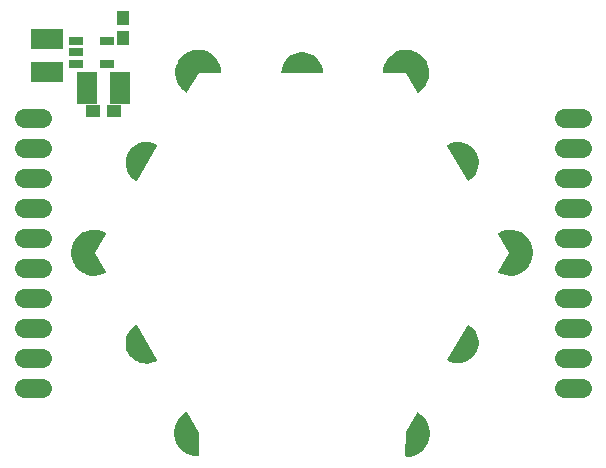
<source format=gbr>
G04 EAGLE Gerber RS-274X export*
G75*
%MOMM*%
%FSLAX34Y34*%
%LPD*%
%INSoldermask Bottom*%
%IPPOS*%
%AMOC8*
5,1,8,0,0,1.08239X$1,22.5*%
G01*
%ADD10C,1.101600*%
%ADD11C,1.625600*%
%ADD12R,1.301600X0.651600*%
%ADD13R,1.101600X1.201600*%
%ADD14R,1.701600X2.801600*%
%ADD15R,2.801600X1.701600*%
%ADD16R,1.201600X1.101600*%

G36*
X178079Y209762D02*
X178079Y209762D01*
X178113Y209771D01*
X178162Y209774D01*
X181266Y210502D01*
X181298Y210517D01*
X181345Y210528D01*
X184285Y211763D01*
X184314Y211783D01*
X184359Y211802D01*
X187051Y213511D01*
X187076Y213535D01*
X187118Y213561D01*
X189487Y215695D01*
X189492Y215701D01*
X189495Y215704D01*
X189505Y215718D01*
X189508Y215723D01*
X189544Y215756D01*
X191525Y218254D01*
X191541Y218286D01*
X191571Y218324D01*
X193107Y221118D01*
X193118Y221152D01*
X193141Y221194D01*
X194190Y224206D01*
X194194Y224240D01*
X194211Y224287D01*
X194742Y227430D01*
X194741Y227466D01*
X194749Y227514D01*
X194749Y230702D01*
X194742Y230737D01*
X194742Y230786D01*
X194211Y233929D01*
X194198Y233962D01*
X194190Y234010D01*
X193141Y237022D01*
X193123Y237052D01*
X193107Y237098D01*
X191571Y239892D01*
X191548Y239919D01*
X191525Y239962D01*
X189544Y242460D01*
X189517Y242483D01*
X189487Y242521D01*
X187118Y244655D01*
X187087Y244673D01*
X187051Y244705D01*
X184359Y246414D01*
X184326Y246426D01*
X184285Y246453D01*
X181345Y247688D01*
X181311Y247695D01*
X181266Y247714D01*
X178162Y248442D01*
X178126Y248443D01*
X178079Y248454D01*
X174897Y248655D01*
X174862Y248650D01*
X174813Y248653D01*
X171642Y248320D01*
X171609Y248309D01*
X171560Y248304D01*
X168489Y247446D01*
X168458Y247431D01*
X168411Y247417D01*
X165525Y246060D01*
X165502Y246042D01*
X165475Y246032D01*
X165423Y245983D01*
X165366Y245941D01*
X165351Y245916D01*
X165330Y245896D01*
X165301Y245831D01*
X165266Y245769D01*
X165262Y245740D01*
X165250Y245714D01*
X165249Y245643D01*
X165240Y245572D01*
X165248Y245544D01*
X165248Y245515D01*
X165282Y245422D01*
X165294Y245381D01*
X165301Y245372D01*
X165305Y245359D01*
X174662Y229108D01*
X165305Y212857D01*
X165296Y212830D01*
X165279Y212806D01*
X165265Y212736D01*
X165242Y212668D01*
X165245Y212639D01*
X165239Y212611D01*
X165253Y212541D01*
X165258Y212470D01*
X165272Y212444D01*
X165277Y212416D01*
X165317Y212357D01*
X165350Y212294D01*
X165372Y212275D01*
X165389Y212251D01*
X165471Y212194D01*
X165503Y212167D01*
X165514Y212164D01*
X165525Y212156D01*
X168411Y210799D01*
X168445Y210790D01*
X168489Y210770D01*
X171560Y209912D01*
X171595Y209910D01*
X171642Y209896D01*
X174813Y209563D01*
X174848Y209566D01*
X174897Y209561D01*
X178079Y209762D01*
G37*
G36*
X-176386Y209566D02*
X-176386Y209566D01*
X-176337Y209563D01*
X-173166Y209896D01*
X-173133Y209907D01*
X-173084Y209912D01*
X-170013Y210770D01*
X-169982Y210785D01*
X-169935Y210799D01*
X-167049Y212156D01*
X-167026Y212174D01*
X-166999Y212184D01*
X-166947Y212233D01*
X-166890Y212275D01*
X-166875Y212300D01*
X-166854Y212320D01*
X-166825Y212385D01*
X-166790Y212447D01*
X-166786Y212476D01*
X-166774Y212502D01*
X-166773Y212573D01*
X-166764Y212644D01*
X-166772Y212672D01*
X-166772Y212701D01*
X-166806Y212794D01*
X-166818Y212835D01*
X-166825Y212844D01*
X-166829Y212857D01*
X-176186Y229108D01*
X-166829Y245359D01*
X-166820Y245387D01*
X-166803Y245411D01*
X-166789Y245480D01*
X-166766Y245548D01*
X-166769Y245577D01*
X-166763Y245605D01*
X-166777Y245675D01*
X-166782Y245746D01*
X-166796Y245772D01*
X-166801Y245800D01*
X-166841Y245859D01*
X-166874Y245922D01*
X-166896Y245941D01*
X-166913Y245965D01*
X-166995Y246022D01*
X-167027Y246049D01*
X-167038Y246052D01*
X-167049Y246060D01*
X-169935Y247417D01*
X-169969Y247426D01*
X-170013Y247446D01*
X-173084Y248304D01*
X-173119Y248306D01*
X-173166Y248320D01*
X-176337Y248653D01*
X-176372Y248650D01*
X-176421Y248655D01*
X-179603Y248454D01*
X-179637Y248445D01*
X-179686Y248442D01*
X-182790Y247714D01*
X-182822Y247700D01*
X-182869Y247688D01*
X-183403Y247464D01*
X-183404Y247464D01*
X-184591Y246965D01*
X-185779Y246465D01*
X-185809Y246453D01*
X-185838Y246433D01*
X-185883Y246414D01*
X-188575Y244705D01*
X-188600Y244681D01*
X-188642Y244655D01*
X-191011Y242521D01*
X-191032Y242493D01*
X-191068Y242460D01*
X-193049Y239962D01*
X-193065Y239930D01*
X-193095Y239892D01*
X-194631Y237098D01*
X-194642Y237064D01*
X-194665Y237022D01*
X-195714Y234010D01*
X-195718Y233976D01*
X-195735Y233929D01*
X-196266Y230786D01*
X-196265Y230751D01*
X-196273Y230702D01*
X-196273Y227514D01*
X-196266Y227479D01*
X-196266Y227430D01*
X-195735Y224287D01*
X-195722Y224254D01*
X-195714Y224206D01*
X-194665Y221194D01*
X-194647Y221164D01*
X-194631Y221118D01*
X-193095Y218324D01*
X-193072Y218297D01*
X-193049Y218254D01*
X-191068Y215756D01*
X-191041Y215733D01*
X-191011Y215695D01*
X-188642Y213561D01*
X-188611Y213543D01*
X-188575Y213511D01*
X-185883Y211802D01*
X-185850Y211790D01*
X-185809Y211763D01*
X-182869Y210528D01*
X-182835Y210521D01*
X-182790Y210502D01*
X-179686Y209774D01*
X-179650Y209773D01*
X-179603Y209762D01*
X-176421Y209561D01*
X-176386Y209566D01*
G37*
G36*
X-98236Y364554D02*
X-98236Y364554D01*
X-98165Y364553D01*
X-98138Y364565D01*
X-98108Y364568D01*
X-98047Y364603D01*
X-97981Y364630D01*
X-97961Y364651D01*
X-97935Y364666D01*
X-97873Y364741D01*
X-97843Y364772D01*
X-97838Y364783D01*
X-97829Y364794D01*
X-88473Y381044D01*
X-69762Y381044D01*
X-69733Y381050D01*
X-69703Y381047D01*
X-69636Y381069D01*
X-69567Y381083D01*
X-69543Y381100D01*
X-69514Y381110D01*
X-69461Y381156D01*
X-69403Y381196D01*
X-69387Y381221D01*
X-69365Y381241D01*
X-69334Y381304D01*
X-69296Y381363D01*
X-69291Y381393D01*
X-69278Y381420D01*
X-69270Y381517D01*
X-69263Y381560D01*
X-69266Y381571D01*
X-69265Y381585D01*
X-69535Y384756D01*
X-69545Y384790D01*
X-69549Y384838D01*
X-70344Y387919D01*
X-70359Y387951D01*
X-70371Y387998D01*
X-71669Y390903D01*
X-71689Y390932D01*
X-71709Y390977D01*
X-73473Y393625D01*
X-73498Y393650D01*
X-73525Y393690D01*
X-75706Y396007D01*
X-75735Y396027D01*
X-75768Y396063D01*
X-78305Y397984D01*
X-78337Y397999D01*
X-78376Y398028D01*
X-81197Y399499D01*
X-81231Y399509D01*
X-81275Y399532D01*
X-84302Y400511D01*
X-84337Y400515D01*
X-84383Y400530D01*
X-87532Y400991D01*
X-87567Y400989D01*
X-87615Y400996D01*
X-90796Y400926D01*
X-90831Y400918D01*
X-90879Y400917D01*
X-94004Y400317D01*
X-94037Y400304D01*
X-94085Y400295D01*
X-97066Y399182D01*
X-97095Y399163D01*
X-97141Y399146D01*
X-99895Y397552D01*
X-99921Y397529D01*
X-99964Y397504D01*
X-102413Y395473D01*
X-102435Y395446D01*
X-102473Y395414D01*
X-104549Y393003D01*
X-104566Y392973D01*
X-104598Y392936D01*
X-106243Y390212D01*
X-106255Y390179D01*
X-106280Y390137D01*
X-107448Y387177D01*
X-107454Y387143D01*
X-107472Y387097D01*
X-108130Y383984D01*
X-108130Y383949D01*
X-108140Y383901D01*
X-108270Y380722D01*
X-108264Y380687D01*
X-108266Y380638D01*
X-107863Y377482D01*
X-107852Y377449D01*
X-107846Y377400D01*
X-106923Y374355D01*
X-106909Y374330D01*
X-106906Y374319D01*
X-106903Y374314D01*
X-106892Y374277D01*
X-105473Y371429D01*
X-105452Y371401D01*
X-105430Y371358D01*
X-103557Y368786D01*
X-103531Y368762D01*
X-103502Y368722D01*
X-101226Y366499D01*
X-101196Y366480D01*
X-101161Y366446D01*
X-98546Y364633D01*
X-98519Y364621D01*
X-98497Y364602D01*
X-98429Y364582D01*
X-98364Y364554D01*
X-98334Y364554D01*
X-98306Y364546D01*
X-98236Y364554D01*
G37*
G36*
X96744Y364553D02*
X96744Y364553D01*
X96815Y364550D01*
X96843Y364560D01*
X96872Y364562D01*
X96961Y364604D01*
X97001Y364619D01*
X97010Y364627D01*
X97022Y364633D01*
X99637Y366446D01*
X99662Y366471D01*
X99702Y366499D01*
X101978Y368722D01*
X101998Y368751D01*
X102033Y368786D01*
X103906Y371358D01*
X103921Y371389D01*
X103949Y371429D01*
X105368Y374277D01*
X105377Y374311D01*
X105399Y374355D01*
X106322Y377400D01*
X106325Y377435D01*
X106339Y377482D01*
X106742Y380638D01*
X106739Y380673D01*
X106746Y380722D01*
X106616Y383901D01*
X106608Y383935D01*
X106606Y383984D01*
X105948Y387097D01*
X105934Y387129D01*
X105924Y387177D01*
X104756Y390137D01*
X104737Y390166D01*
X104719Y390212D01*
X103074Y392936D01*
X103050Y392961D01*
X103025Y393003D01*
X100949Y395414D01*
X100921Y395436D01*
X100889Y395473D01*
X98440Y397504D01*
X98409Y397521D01*
X98371Y397552D01*
X95617Y399146D01*
X95584Y399157D01*
X95542Y399182D01*
X92561Y400295D01*
X92526Y400300D01*
X92480Y400317D01*
X89355Y400917D01*
X89320Y400917D01*
X89272Y400926D01*
X86091Y400996D01*
X86057Y400990D01*
X86008Y400991D01*
X82859Y400530D01*
X82826Y400518D01*
X82778Y400511D01*
X79751Y399532D01*
X79720Y399514D01*
X79673Y399499D01*
X76852Y398028D01*
X76825Y398006D01*
X76781Y397984D01*
X74244Y396063D01*
X74221Y396037D01*
X74182Y396007D01*
X72001Y393690D01*
X71983Y393660D01*
X71949Y393625D01*
X70185Y390977D01*
X70172Y390944D01*
X70145Y390903D01*
X68847Y387998D01*
X68840Y387964D01*
X68820Y387919D01*
X68025Y384838D01*
X68023Y384803D01*
X68011Y384756D01*
X67741Y381585D01*
X67744Y381556D01*
X67739Y381526D01*
X67755Y381458D01*
X67763Y381388D01*
X67778Y381362D01*
X67785Y381333D01*
X67827Y381276D01*
X67862Y381215D01*
X67885Y381197D01*
X67903Y381173D01*
X67963Y381137D01*
X68020Y381094D01*
X68048Y381087D01*
X68074Y381071D01*
X68170Y381055D01*
X68212Y381044D01*
X68224Y381046D01*
X68238Y381044D01*
X86949Y381044D01*
X96305Y364794D01*
X96325Y364772D01*
X96337Y364745D01*
X96390Y364698D01*
X96437Y364645D01*
X96463Y364632D01*
X96485Y364612D01*
X96552Y364589D01*
X96616Y364559D01*
X96646Y364558D01*
X96673Y364548D01*
X96744Y364553D01*
G37*
G36*
X-88633Y56791D02*
X-88633Y56791D01*
X-88570Y56794D01*
X-88548Y56806D01*
X-88523Y56810D01*
X-88473Y56847D01*
X-88418Y56877D01*
X-88404Y56898D01*
X-88383Y56913D01*
X-88355Y56968D01*
X-88319Y57019D01*
X-88313Y57047D01*
X-88303Y57066D01*
X-88302Y57103D01*
X-88291Y57161D01*
X-88314Y76505D01*
X-88320Y76529D01*
X-88318Y76553D01*
X-88346Y76639D01*
X-88354Y76674D01*
X-88360Y76680D01*
X-88363Y76690D01*
X-98049Y93975D01*
X-98051Y93977D01*
X-98051Y93979D01*
X-98178Y94199D01*
X-98213Y94237D01*
X-98241Y94280D01*
X-98272Y94299D01*
X-98297Y94326D01*
X-98345Y94344D01*
X-98388Y94370D01*
X-98425Y94373D01*
X-98459Y94386D01*
X-98510Y94381D01*
X-98561Y94386D01*
X-98601Y94372D01*
X-98632Y94369D01*
X-98658Y94352D01*
X-98698Y94338D01*
X-99138Y94084D01*
X-99148Y94075D01*
X-99164Y94068D01*
X-101823Y92225D01*
X-101841Y92205D01*
X-101871Y92185D01*
X-104191Y89930D01*
X-104206Y89907D01*
X-104232Y89883D01*
X-106150Y87277D01*
X-106160Y87252D01*
X-106182Y87224D01*
X-107645Y84338D01*
X-107652Y84312D01*
X-107669Y84280D01*
X-108638Y81194D01*
X-108640Y81167D01*
X-108652Y81133D01*
X-109100Y77929D01*
X-109098Y77902D01*
X-109104Y77866D01*
X-109019Y74632D01*
X-109012Y74606D01*
X-109012Y74570D01*
X-108398Y71394D01*
X-108387Y71369D01*
X-108381Y71334D01*
X-107252Y68302D01*
X-107237Y68279D01*
X-107226Y68245D01*
X-105614Y65440D01*
X-105596Y65420D01*
X-105579Y65388D01*
X-103528Y62886D01*
X-103507Y62870D01*
X-103484Y62841D01*
X-101050Y60710D01*
X-101027Y60698D01*
X-101000Y60673D01*
X-98249Y58971D01*
X-98223Y58963D01*
X-98193Y58943D01*
X-95200Y57716D01*
X-95173Y57712D01*
X-95140Y57697D01*
X-91985Y56979D01*
X-91958Y56979D01*
X-91923Y56970D01*
X-88694Y56781D01*
X-88633Y56791D01*
G37*
G36*
X87644Y56265D02*
X87644Y56265D01*
X87661Y56263D01*
X90885Y56530D01*
X90911Y56538D01*
X90947Y56540D01*
X94083Y57333D01*
X94107Y57346D01*
X94143Y57354D01*
X97106Y58651D01*
X97128Y58667D01*
X97161Y58681D01*
X99871Y60448D01*
X99889Y60468D01*
X99920Y60487D01*
X102303Y62675D01*
X102318Y62698D01*
X102345Y62721D01*
X104335Y65272D01*
X104347Y65296D01*
X104370Y65324D01*
X105914Y68167D01*
X105921Y68193D01*
X105939Y68225D01*
X106995Y71282D01*
X106997Y71309D01*
X107010Y71343D01*
X107549Y74533D01*
X107547Y74560D01*
X107554Y74596D01*
X107561Y77830D01*
X107555Y77857D01*
X107556Y77893D01*
X107031Y81085D01*
X107021Y81110D01*
X107016Y81146D01*
X105973Y84208D01*
X105959Y84231D01*
X105948Y84266D01*
X104417Y87115D01*
X104399Y87136D01*
X104383Y87168D01*
X102404Y89727D01*
X102383Y89744D01*
X102361Y89773D01*
X99988Y91972D01*
X99965Y91985D01*
X99939Y92011D01*
X97237Y93790D01*
X97179Y93811D01*
X97124Y93840D01*
X97098Y93841D01*
X97074Y93849D01*
X97013Y93843D01*
X96951Y93844D01*
X96927Y93834D01*
X96902Y93831D01*
X96850Y93798D01*
X96793Y93771D01*
X96775Y93750D01*
X96756Y93738D01*
X96737Y93706D01*
X96698Y93662D01*
X87046Y76898D01*
X87039Y76874D01*
X87025Y76855D01*
X87007Y76766D01*
X86997Y76732D01*
X86998Y76723D01*
X86996Y76713D01*
X86742Y56901D01*
X86742Y56899D01*
X86742Y56896D01*
X86742Y56642D01*
X86753Y56592D01*
X86755Y56541D01*
X86773Y56509D01*
X86781Y56473D01*
X86814Y56434D01*
X86838Y56389D01*
X86868Y56368D01*
X86891Y56340D01*
X86938Y56319D01*
X86980Y56289D01*
X87022Y56281D01*
X87050Y56269D01*
X87080Y56270D01*
X87122Y56262D01*
X87630Y56262D01*
X87644Y56265D01*
G37*
G36*
X133618Y135631D02*
X133618Y135631D01*
X133651Y135640D01*
X133700Y135643D01*
X136443Y136260D01*
X136474Y136274D01*
X136521Y136285D01*
X139125Y137345D01*
X139154Y137364D01*
X139199Y137382D01*
X141593Y138856D01*
X141618Y138880D01*
X141659Y138905D01*
X143778Y140753D01*
X143799Y140781D01*
X143836Y140813D01*
X145621Y142984D01*
X145638Y143015D01*
X145668Y143052D01*
X147072Y145488D01*
X147083Y145521D01*
X147107Y145563D01*
X148091Y148197D01*
X148096Y148231D01*
X148113Y148276D01*
X148650Y151036D01*
X148650Y151071D01*
X148659Y151118D01*
X148734Y153929D01*
X148731Y153947D01*
X148734Y153962D01*
X148729Y153983D01*
X148730Y154011D01*
X148341Y156796D01*
X148330Y156828D01*
X148323Y156876D01*
X147482Y159559D01*
X147465Y159589D01*
X147451Y159635D01*
X146179Y162143D01*
X146157Y162170D01*
X146136Y162213D01*
X144469Y164477D01*
X144443Y164501D01*
X144415Y164539D01*
X142398Y166498D01*
X142369Y166517D01*
X142334Y166551D01*
X140022Y168151D01*
X139995Y168163D01*
X139973Y168181D01*
X139905Y168201D01*
X139839Y168229D01*
X139810Y168229D01*
X139782Y168238D01*
X139712Y168230D01*
X139641Y168230D01*
X139614Y168219D01*
X139585Y168216D01*
X139523Y168181D01*
X139457Y168153D01*
X139437Y168132D01*
X139411Y168118D01*
X139348Y168041D01*
X139318Y168011D01*
X139314Y168000D01*
X139305Y167990D01*
X122305Y138490D01*
X122296Y138462D01*
X122280Y138438D01*
X122265Y138369D01*
X122242Y138301D01*
X122245Y138272D01*
X122239Y138244D01*
X122252Y138174D01*
X122258Y138103D01*
X122272Y138077D01*
X122277Y138048D01*
X122317Y137990D01*
X122350Y137927D01*
X122372Y137908D01*
X122389Y137884D01*
X122471Y137827D01*
X122503Y137800D01*
X122514Y137797D01*
X122525Y137789D01*
X125069Y136591D01*
X125103Y136583D01*
X125146Y136562D01*
X127852Y135799D01*
X127887Y135797D01*
X127933Y135784D01*
X130728Y135476D01*
X130763Y135480D01*
X130811Y135474D01*
X133618Y135631D01*
G37*
G36*
X-132300Y135279D02*
X-132300Y135279D01*
X-132252Y135276D01*
X-129457Y135584D01*
X-129424Y135594D01*
X-129376Y135599D01*
X-126670Y136362D01*
X-126639Y136378D01*
X-126593Y136391D01*
X-124049Y137589D01*
X-124026Y137606D01*
X-123999Y137616D01*
X-123947Y137665D01*
X-123890Y137708D01*
X-123875Y137733D01*
X-123854Y137753D01*
X-123825Y137818D01*
X-123790Y137879D01*
X-123786Y137908D01*
X-123774Y137935D01*
X-123773Y138006D01*
X-123764Y138077D01*
X-123772Y138105D01*
X-123772Y138134D01*
X-123806Y138227D01*
X-123818Y138268D01*
X-123825Y138277D01*
X-123829Y138290D01*
X-140829Y167790D01*
X-140849Y167812D01*
X-140861Y167838D01*
X-140914Y167886D01*
X-140961Y167939D01*
X-140987Y167951D01*
X-141009Y167971D01*
X-141076Y167994D01*
X-141140Y168025D01*
X-141170Y168026D01*
X-141197Y168036D01*
X-141268Y168031D01*
X-141339Y168034D01*
X-141366Y168024D01*
X-141396Y168022D01*
X-141485Y167979D01*
X-141525Y167965D01*
X-141534Y167957D01*
X-141546Y167951D01*
X-143858Y166351D01*
X-143882Y166326D01*
X-143922Y166298D01*
X-145939Y164339D01*
X-145958Y164311D01*
X-145993Y164277D01*
X-147660Y162013D01*
X-147674Y161982D01*
X-147703Y161943D01*
X-148975Y159435D01*
X-148979Y159421D01*
X-148981Y159417D01*
X-148983Y159404D01*
X-148984Y159402D01*
X-149006Y159359D01*
X-149847Y156676D01*
X-149851Y156642D01*
X-149865Y156596D01*
X-150254Y153811D01*
X-150252Y153776D01*
X-150258Y153729D01*
X-150183Y150918D01*
X-150175Y150884D01*
X-150174Y150836D01*
X-149637Y148076D01*
X-149624Y148044D01*
X-149615Y147997D01*
X-148631Y145363D01*
X-148613Y145334D01*
X-148596Y145288D01*
X-147192Y142852D01*
X-147169Y142826D01*
X-147145Y142784D01*
X-145360Y140613D01*
X-145333Y140591D01*
X-145302Y140553D01*
X-143183Y138705D01*
X-143153Y138688D01*
X-143117Y138656D01*
X-140723Y137182D01*
X-140690Y137170D01*
X-140649Y137145D01*
X-138045Y136085D01*
X-138011Y136078D01*
X-137967Y136060D01*
X-135224Y135443D01*
X-135189Y135442D01*
X-135142Y135431D01*
X-132335Y135274D01*
X-132300Y135279D01*
G37*
G36*
X139744Y289985D02*
X139744Y289985D01*
X139815Y289982D01*
X139842Y289992D01*
X139872Y289994D01*
X139961Y290037D01*
X140001Y290051D01*
X140010Y290059D01*
X140022Y290065D01*
X142334Y291665D01*
X142358Y291690D01*
X142398Y291718D01*
X144415Y293677D01*
X144434Y293705D01*
X144469Y293739D01*
X146136Y296003D01*
X146150Y296034D01*
X146179Y296073D01*
X147451Y298581D01*
X147460Y298614D01*
X147482Y298657D01*
X148323Y301340D01*
X148327Y301374D01*
X148341Y301420D01*
X148730Y304205D01*
X148728Y304240D01*
X148734Y304287D01*
X148659Y307098D01*
X148651Y307132D01*
X148650Y307180D01*
X148113Y309940D01*
X148100Y309972D01*
X148091Y310019D01*
X147107Y312653D01*
X147089Y312683D01*
X147072Y312728D01*
X145668Y315164D01*
X145645Y315190D01*
X145621Y315232D01*
X143836Y317403D01*
X143809Y317425D01*
X143778Y317463D01*
X141659Y319311D01*
X141629Y319328D01*
X141593Y319360D01*
X139199Y320834D01*
X139166Y320846D01*
X139125Y320871D01*
X136521Y321931D01*
X136487Y321938D01*
X136443Y321956D01*
X133700Y322573D01*
X133665Y322574D01*
X133618Y322585D01*
X130811Y322742D01*
X130776Y322737D01*
X130728Y322740D01*
X127933Y322433D01*
X127900Y322422D01*
X127852Y322417D01*
X125146Y321654D01*
X125115Y321638D01*
X125069Y321625D01*
X122525Y320427D01*
X122502Y320410D01*
X122475Y320400D01*
X122423Y320351D01*
X122366Y320308D01*
X122351Y320283D01*
X122330Y320263D01*
X122301Y320198D01*
X122266Y320137D01*
X122262Y320108D01*
X122250Y320081D01*
X122249Y320010D01*
X122240Y319939D01*
X122248Y319911D01*
X122248Y319882D01*
X122282Y319789D01*
X122294Y319748D01*
X122301Y319739D01*
X122305Y319726D01*
X139305Y290226D01*
X139325Y290204D01*
X139337Y290178D01*
X139390Y290131D01*
X139437Y290077D01*
X139463Y290065D01*
X139485Y290045D01*
X139552Y290022D01*
X139616Y289991D01*
X139646Y289990D01*
X139673Y289980D01*
X139744Y289985D01*
G37*
G36*
X-141237Y289986D02*
X-141237Y289986D01*
X-141167Y289985D01*
X-141139Y289997D01*
X-141109Y290000D01*
X-141048Y290035D01*
X-140983Y290061D01*
X-140962Y290083D01*
X-140935Y290098D01*
X-140874Y290172D01*
X-140844Y290203D01*
X-140839Y290215D01*
X-140829Y290226D01*
X-123829Y319726D01*
X-123820Y319755D01*
X-123803Y319780D01*
X-123789Y319849D01*
X-123766Y319915D01*
X-123769Y319945D01*
X-123763Y319975D01*
X-123777Y320043D01*
X-123782Y320113D01*
X-123796Y320140D01*
X-123802Y320170D01*
X-123842Y320227D01*
X-123874Y320289D01*
X-123897Y320309D01*
X-123914Y320334D01*
X-123994Y320389D01*
X-124027Y320416D01*
X-124039Y320420D01*
X-124051Y320428D01*
X-126742Y321680D01*
X-126777Y321689D01*
X-126824Y321710D01*
X-129691Y322475D01*
X-129727Y322478D01*
X-129776Y322491D01*
X-132733Y322747D01*
X-132769Y322743D01*
X-132820Y322747D01*
X-135776Y322486D01*
X-135810Y322475D01*
X-135861Y322470D01*
X-138727Y321700D01*
X-138759Y321684D01*
X-138809Y321670D01*
X-141497Y320414D01*
X-141526Y320392D01*
X-141573Y320370D01*
X-144002Y318666D01*
X-144027Y318640D01*
X-144069Y318610D01*
X-146165Y316510D01*
X-146185Y316480D01*
X-146221Y316444D01*
X-147921Y314012D01*
X-147936Y313978D01*
X-147965Y313936D01*
X-149217Y311246D01*
X-149225Y311210D01*
X-149246Y311164D01*
X-150012Y308297D01*
X-150014Y308261D01*
X-150027Y308211D01*
X-150283Y305255D01*
X-150279Y305219D01*
X-150283Y305168D01*
X-150022Y302212D01*
X-150012Y302177D01*
X-150007Y302126D01*
X-149237Y299260D01*
X-149220Y299228D01*
X-149207Y299179D01*
X-147951Y296490D01*
X-147929Y296461D01*
X-147907Y296415D01*
X-146203Y293986D01*
X-146177Y293961D01*
X-146147Y293919D01*
X-144047Y291822D01*
X-144017Y291802D01*
X-143980Y291766D01*
X-141548Y290066D01*
X-141520Y290054D01*
X-141497Y290035D01*
X-141430Y290015D01*
X-141366Y289987D01*
X-141335Y289987D01*
X-141306Y289978D01*
X-141237Y289986D01*
G37*
G36*
X16267Y381050D02*
X16267Y381050D01*
X16296Y381047D01*
X16363Y381069D01*
X16433Y381083D01*
X16457Y381100D01*
X16485Y381109D01*
X16538Y381156D01*
X16597Y381196D01*
X16613Y381220D01*
X16635Y381240D01*
X16666Y381304D01*
X16704Y381363D01*
X16709Y381392D01*
X16721Y381418D01*
X16730Y381518D01*
X16737Y381560D01*
X16734Y381570D01*
X16736Y381584D01*
X16504Y384382D01*
X16494Y384416D01*
X16490Y384464D01*
X15801Y387185D01*
X15786Y387217D01*
X15774Y387263D01*
X14646Y389835D01*
X14626Y389863D01*
X14607Y389907D01*
X13071Y392258D01*
X13047Y392282D01*
X13021Y392323D01*
X11119Y394388D01*
X11091Y394409D01*
X11058Y394444D01*
X8843Y396169D01*
X8812Y396184D01*
X8774Y396214D01*
X6304Y397550D01*
X6271Y397560D01*
X6229Y397583D01*
X3589Y398490D01*
X3573Y398495D01*
X3539Y398500D01*
X3493Y398515D01*
X724Y398977D01*
X689Y398976D01*
X642Y398984D01*
X-2166Y398984D01*
X-2200Y398977D01*
X-2248Y398977D01*
X-5017Y398515D01*
X-5050Y398503D01*
X-5097Y398495D01*
X-7753Y397583D01*
X-7783Y397566D01*
X-7828Y397550D01*
X-10298Y396214D01*
X-10324Y396192D01*
X-10367Y396169D01*
X-12582Y394444D01*
X-12605Y394418D01*
X-12643Y394388D01*
X-14545Y392323D01*
X-14563Y392293D01*
X-14595Y392258D01*
X-16131Y389907D01*
X-16144Y389875D01*
X-16170Y389835D01*
X-17298Y387263D01*
X-17305Y387230D01*
X-17308Y387223D01*
X-17314Y387214D01*
X-17315Y387208D01*
X-17325Y387185D01*
X-18014Y384464D01*
X-18016Y384429D01*
X-18028Y384382D01*
X-18260Y381584D01*
X-18256Y381555D01*
X-18261Y381526D01*
X-18245Y381457D01*
X-18236Y381387D01*
X-18222Y381361D01*
X-18215Y381333D01*
X-18173Y381276D01*
X-18138Y381214D01*
X-18114Y381196D01*
X-18097Y381173D01*
X-18036Y381137D01*
X-17979Y381094D01*
X-17951Y381086D01*
X-17926Y381071D01*
X-17828Y381055D01*
X-17787Y381044D01*
X-17776Y381046D01*
X-17762Y381044D01*
X16238Y381044D01*
X16267Y381050D01*
G37*
D10*
X91186Y388366D03*
X183134Y229108D03*
X97028Y74422D03*
X-97790Y73914D03*
X-184658Y229108D03*
X-92710Y388366D03*
X137160Y308610D03*
X137160Y149606D03*
X-138684Y149352D03*
X-138684Y308610D03*
X-762Y388366D03*
D11*
X220980Y114808D02*
X236220Y114808D01*
X236220Y140208D02*
X220980Y140208D01*
X220980Y165608D02*
X236220Y165608D01*
X236220Y191008D02*
X220980Y191008D01*
X220980Y216408D02*
X236220Y216408D01*
X236220Y241808D02*
X220980Y241808D01*
X220980Y267208D02*
X236220Y267208D01*
X236220Y292608D02*
X220980Y292608D01*
X220980Y318008D02*
X236220Y318008D01*
X236220Y343408D02*
X220980Y343408D01*
X-220980Y114808D02*
X-236220Y114808D01*
X-236220Y140208D02*
X-220980Y140208D01*
X-220980Y165608D02*
X-236220Y165608D01*
X-236220Y191008D02*
X-220980Y191008D01*
X-220980Y216408D02*
X-236220Y216408D01*
X-236220Y241808D02*
X-220980Y241808D01*
X-220980Y267208D02*
X-236220Y267208D01*
X-236220Y292608D02*
X-220980Y292608D01*
X-220980Y318008D02*
X-236220Y318008D01*
X-236220Y343408D02*
X-220980Y343408D01*
D12*
X-192070Y389280D03*
X-192070Y398780D03*
X-192070Y408280D03*
X-166070Y408280D03*
X-166070Y389280D03*
D13*
X-152400Y410600D03*
X-152400Y427600D03*
D14*
X-154910Y368300D03*
X-182910Y368300D03*
D15*
X-217170Y382210D03*
X-217170Y410210D03*
D16*
X-160410Y349250D03*
X-177410Y349250D03*
M02*

</source>
